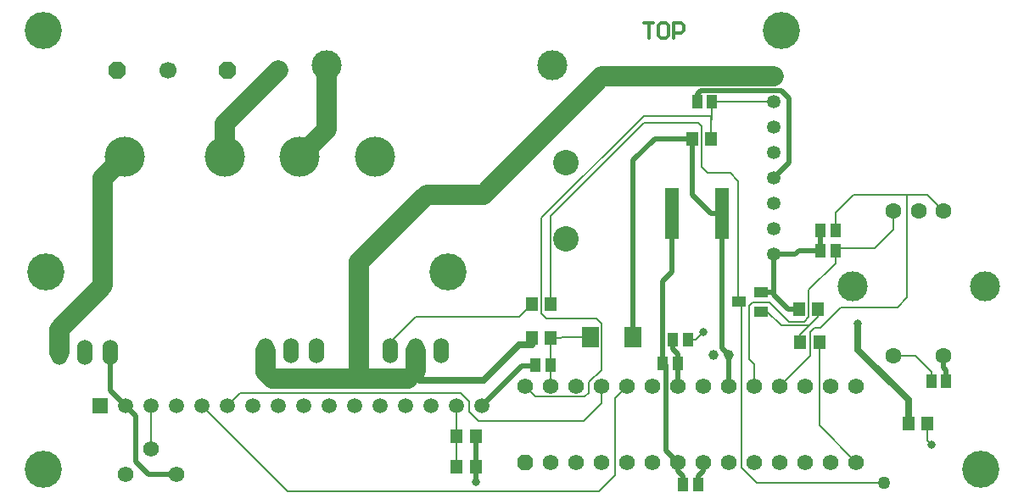
<source format=gbr>
%FSLAX44Y44*%
%MOMM*%
G71*
G01*
G75*
G04 Layer_Physical_Order=1*
G04 Layer_Color=255*
%ADD10R,1.1000X1.4000*%
%ADD11R,1.3000X1.4000*%
%ADD12R,1.4000X5.2000*%
%ADD13R,1.7000X2.0000*%
%ADD14R,1.4000X1.0000*%
%ADD15C,0.5000*%
%ADD16C,0.2000*%
%ADD17C,2.0000*%
%ADD18C,0.6500*%
%ADD19C,0.6500*%
%ADD20C,0.3000*%
%ADD21C,3.7000*%
%ADD22C,1.5000*%
%ADD23R,1.5000X1.5000*%
%ADD24P,1.8401X8X22.5*%
%ADD25C,1.7000*%
%ADD26C,3.0000*%
%ADD27C,4.0000*%
%ADD28C,2.5400*%
%ADD29C,1.5748*%
%ADD30P,1.7046X8X112.5*%
%ADD31O,1.5240X2.5400*%
%ADD32C,1.3508*%
%ADD33R,1.3508X1.3508*%
%ADD34C,1.0000*%
%ADD35C,1.6000*%
%ADD36C,0.8000*%
%ADD37C,1.2700*%
D10*
X523360Y135890D02*
D03*
X538360D02*
D03*
X684650Y398780D02*
D03*
X699650D02*
D03*
X933330Y119380D02*
D03*
X918330D02*
D03*
X660520Y161290D02*
D03*
X675520D02*
D03*
X665360Y137160D02*
D03*
X650360D02*
D03*
X807840Y270510D02*
D03*
X822840D02*
D03*
X807840Y250190D02*
D03*
X822840D02*
D03*
X685680Y16510D02*
D03*
X670680D02*
D03*
D11*
X679500Y361950D02*
D03*
X698500D02*
D03*
X538430Y196850D02*
D03*
X519430D02*
D03*
X519480Y162560D02*
D03*
X538480D02*
D03*
X463500Y34290D02*
D03*
X444500D02*
D03*
X463500Y64770D02*
D03*
X444500D02*
D03*
X914350Y77470D02*
D03*
X895350D02*
D03*
X806400Y158750D02*
D03*
X787400D02*
D03*
X786180Y191770D02*
D03*
X805180D02*
D03*
D12*
X709530Y287020D02*
D03*
X659530D02*
D03*
D13*
X577940Y163830D02*
D03*
X620940D02*
D03*
D14*
X748030Y208230D02*
D03*
X726030Y198730D02*
D03*
X748030Y189230D02*
D03*
D15*
X463500Y34290D02*
Y64770D01*
X670680Y16510D02*
Y24638D01*
X665480Y29838D02*
X670680Y24638D01*
X665480Y29838D02*
Y38100D01*
Y114300D02*
Y125476D01*
X665360Y125596D02*
X665480Y125476D01*
X665360Y125596D02*
Y137160D01*
Y146558D01*
X660520Y151398D02*
X665360Y146558D01*
X660520Y151398D02*
Y161290D01*
X685680Y16510D02*
Y24638D01*
X690880Y29838D01*
Y38100D01*
X807840Y250190D02*
Y270510D01*
X760730Y246380D02*
X782320D01*
X786130Y250190D01*
X807840D01*
X775158Y191770D02*
X786180D01*
X933330Y119380D02*
Y130556D01*
X930550Y133336D02*
X933330Y130556D01*
X930550Y133336D02*
Y144630D01*
X716280Y114300D02*
Y146050D01*
X709530Y152800D02*
X716280Y146050D01*
X709530Y152800D02*
Y287020D01*
X679500Y306070D02*
Y361950D01*
Y306070D02*
X698550Y287020D01*
X709530D01*
X114300Y95250D02*
X124460Y85090D01*
Y39370D02*
Y85090D01*
Y39370D02*
X137160Y26670D01*
X165100D01*
X469900Y95250D02*
X509270Y134620D01*
X523360D02*
Y135890D01*
X688206Y409956D02*
X768350D01*
X684650Y406400D02*
X688206Y409956D01*
X684650Y398780D02*
Y406400D01*
X463500Y18288D02*
Y34290D01*
X653542Y50038D02*
X665480Y38100D01*
X653542Y50038D02*
Y135636D01*
X650360D02*
Y137160D01*
Y219576D01*
X659530Y228746D01*
Y287020D01*
X99060Y110490D02*
X114300Y95250D01*
X99060Y110490D02*
Y148590D01*
X650360Y135636D02*
X653542D01*
X509270Y134620D02*
X523360D01*
X620940Y163830D02*
Y340270D01*
X642620Y361950D01*
X679500D01*
X760730Y206198D02*
X775158Y191770D01*
X748030Y208230D02*
X758698D01*
X760730D02*
Y246380D01*
Y322580D02*
X775970Y337820D01*
Y402336D01*
X768350Y409956D02*
X775970Y402336D01*
D16*
X538480Y114300D02*
Y124968D01*
X538360Y125088D02*
X538480Y124968D01*
X538360Y125088D02*
Y135890D01*
Y149098D01*
X538480Y149218D01*
Y162560D01*
X698500Y379730D02*
X699650Y380880D01*
Y398780D01*
X760730D01*
X444500Y64770D02*
Y95250D01*
Y34290D02*
Y64770D01*
X139700Y52070D02*
Y95250D01*
X806400Y74980D02*
X843280Y38100D01*
X806400Y74980D02*
Y158750D01*
X805180Y184150D02*
Y191770D01*
X787400Y158750D02*
Y166370D01*
X880550Y144630D02*
X902612D01*
X918330Y128912D01*
Y119380D02*
Y128912D01*
X914350Y59740D02*
X918270Y55820D01*
X914350Y59740D02*
Y77470D01*
X822840Y250190D02*
Y252476D01*
X861822D02*
X880550Y271204D01*
Y289630D01*
X529336Y282956D02*
X631190Y384810D01*
X529336Y186944D02*
Y282956D01*
X513080Y114300D02*
X523494Y103886D01*
X538430Y196850D02*
Y284734D01*
X631140Y377444D01*
X685800D01*
X689356Y373888D01*
Y333375D02*
Y373888D01*
Y333375D02*
X695325Y327406D01*
X725932Y198730D02*
X726030D01*
X538480Y162560D02*
X559308Y163830D01*
X577940D01*
X914110Y306070D02*
X930550Y289630D01*
X822840Y288170D02*
X840740Y306070D01*
X767080Y114300D02*
X797306Y144526D01*
Y168148D01*
X822840Y270510D02*
Y288170D01*
X741680Y114300D02*
Y136144D01*
X822840Y237236D02*
Y250190D01*
X602488Y102108D02*
X614680Y114300D01*
X602488Y25400D02*
Y102108D01*
X586740Y9652D02*
X602488Y25400D01*
X276098Y9652D02*
X586740D01*
X190500Y95250D02*
X276098Y9652D01*
X698500Y361950D02*
Y379730D01*
X822840Y252476D02*
X861822D01*
X631190Y384810D02*
X698500D01*
Y379730D02*
Y384810D01*
X728980Y33020D02*
X744220Y17780D01*
X728980Y33020D02*
Y195780D01*
X726030Y198730D02*
X728980Y195780D01*
X787400Y166370D02*
X805180Y184150D01*
X748030Y189230D02*
X754380D01*
X768350Y175260D01*
X796290D01*
X739902Y198120D02*
X756920D01*
X736600Y141224D02*
X741680Y136144D01*
X736600Y141224D02*
Y194818D01*
X739902Y198120D01*
X756920D02*
X775970Y179070D01*
X791625D01*
X796180Y183626D01*
Y210576D01*
X822840Y237236D01*
X797306Y168148D02*
X801878Y172720D01*
X807720D01*
X828040Y193040D01*
X884301D01*
X840740Y306070D02*
X914110D01*
X529336Y186944D02*
X534416Y181864D01*
X589026Y130810D02*
Y176784D01*
X583946Y181864D02*
X589026Y176784D01*
X534416Y181864D02*
X583946D01*
X466598Y79756D02*
X571246D01*
X589280Y97790D01*
Y114300D01*
X576580Y118364D02*
X589026Y130810D01*
X523494Y103886D02*
X572516D01*
X576580Y107950D01*
Y118364D01*
X695325Y327406D02*
X717804D01*
X725932Y319278D01*
Y198730D02*
Y319278D01*
X683246Y161290D02*
X690880Y168924D01*
X675520Y161290D02*
X683246D01*
X506730Y184150D02*
X519430Y196850D01*
X403860Y184150D02*
X506730D01*
X378460Y158750D02*
X403860Y184150D01*
X378460Y149860D02*
Y158750D01*
X215900Y95250D02*
X228600Y107950D01*
X457200Y89154D02*
X466598Y79756D01*
X457200Y89154D02*
Y99060D01*
X448310Y107950D02*
X457200Y99060D01*
X744220Y17780D02*
X871220D01*
X884301Y193040D02*
X894080Y202819D01*
Y305816D01*
X228600Y107950D02*
X448310D01*
D17*
X91694Y322834D02*
X113030Y344170D01*
X213106Y376936D02*
X266700Y430530D01*
X213106Y344170D02*
Y376936D01*
X254000Y128651D02*
Y149860D01*
X403860Y129286D02*
Y149860D01*
X288030Y344170D02*
X314706Y370846D01*
Y435610D01*
X589280Y424180D02*
X760730D01*
X414401Y306070D02*
X471170D01*
X589280Y424180D01*
X48260Y148590D02*
Y171450D01*
X91694Y214884D01*
Y322834D01*
X346710Y238379D02*
X414401Y306070D01*
X254000Y128651D02*
X260731Y121920D01*
X344170D02*
X396494D01*
X346710Y123190D02*
Y238379D01*
Y123190D02*
X347980Y121920D01*
X260731D02*
X347980D01*
D18*
X519480Y155448D02*
Y162560D01*
X471170Y119888D02*
X506730Y155448D01*
X895350Y77470D02*
Y100838D01*
X506730Y155448D02*
X519480D01*
D19*
X407797Y119888D02*
X471170D01*
X403860Y123825D02*
X407797Y119888D01*
X845058Y151130D02*
Y176784D01*
Y151130D02*
X895350Y100838D01*
X403860Y123825D02*
Y129286D01*
X396494Y121920D02*
X403860Y129286D01*
D20*
X631190Y477275D02*
X641187D01*
X636188D01*
Y462280D01*
X653683Y477275D02*
X648684D01*
X646185Y474776D01*
Y464779D01*
X648684Y462280D01*
X653683D01*
X656182Y464779D01*
Y474776D01*
X653683Y477275D01*
X661180Y462280D02*
Y477275D01*
X668678D01*
X671177Y474776D01*
Y469778D01*
X668678Y467278D01*
X661180D01*
D21*
X31750Y469900D02*
D03*
Y31750D02*
D03*
X967740D02*
D03*
X34290Y228600D02*
D03*
X435610D02*
D03*
X768350Y469900D02*
D03*
D22*
X469900Y95250D02*
D03*
X444500D02*
D03*
X419100D02*
D03*
X393700D02*
D03*
X368300D02*
D03*
X342900D02*
D03*
X317500D02*
D03*
X292100D02*
D03*
X266700D02*
D03*
X241300D02*
D03*
X215900D02*
D03*
X190500D02*
D03*
X165100D02*
D03*
X139700D02*
D03*
X114300D02*
D03*
D23*
X88900D02*
D03*
D24*
X105410Y430530D02*
D03*
X215900D02*
D03*
D25*
X156210D02*
D03*
X266700D02*
D03*
D26*
X314706Y435610D02*
D03*
X539750D02*
D03*
X971550Y214630D02*
D03*
X839470D02*
D03*
D27*
X363220Y344170D02*
D03*
X288030D02*
D03*
X213106D02*
D03*
X113030D02*
D03*
D28*
X553720Y337820D02*
D03*
Y261620D02*
D03*
D29*
X843280Y38100D02*
D03*
X817880D02*
D03*
X792480D02*
D03*
X538480D02*
D03*
X563880D02*
D03*
X589280D02*
D03*
X614680D02*
D03*
X640080D02*
D03*
X665480D02*
D03*
X690880D02*
D03*
X716280D02*
D03*
X741680D02*
D03*
X767080D02*
D03*
Y114300D02*
D03*
X741680D02*
D03*
X716280D02*
D03*
X690880D02*
D03*
X665480D02*
D03*
X640080D02*
D03*
X614680D02*
D03*
X589280D02*
D03*
X563880D02*
D03*
X538480D02*
D03*
X513080D02*
D03*
X843280D02*
D03*
X817880D02*
D03*
X792480D02*
D03*
X165100Y26670D02*
D03*
X139700Y52070D02*
D03*
X114300Y26670D02*
D03*
D30*
X513080Y38100D02*
D03*
D31*
X73660Y148590D02*
D03*
X48260D02*
D03*
X99060D02*
D03*
X279400Y149860D02*
D03*
X254000D02*
D03*
X304800D02*
D03*
X403860D02*
D03*
X378460D02*
D03*
X429260D02*
D03*
D32*
X760730Y246380D02*
D03*
Y271780D02*
D03*
Y297180D02*
D03*
Y322580D02*
D03*
Y347980D02*
D03*
Y373380D02*
D03*
Y398780D02*
D03*
D33*
Y424180D02*
D03*
D34*
X716280Y146050D02*
D03*
X701280D02*
D03*
D35*
X905550Y289630D02*
D03*
X930550D02*
D03*
X880550D02*
D03*
Y144630D02*
D03*
X930550D02*
D03*
D36*
X918270Y55820D02*
D03*
X463500Y18288D02*
D03*
X690880Y168924D02*
D03*
X845058Y176784D02*
D03*
D37*
X871220Y17780D02*
D03*
M02*

</source>
